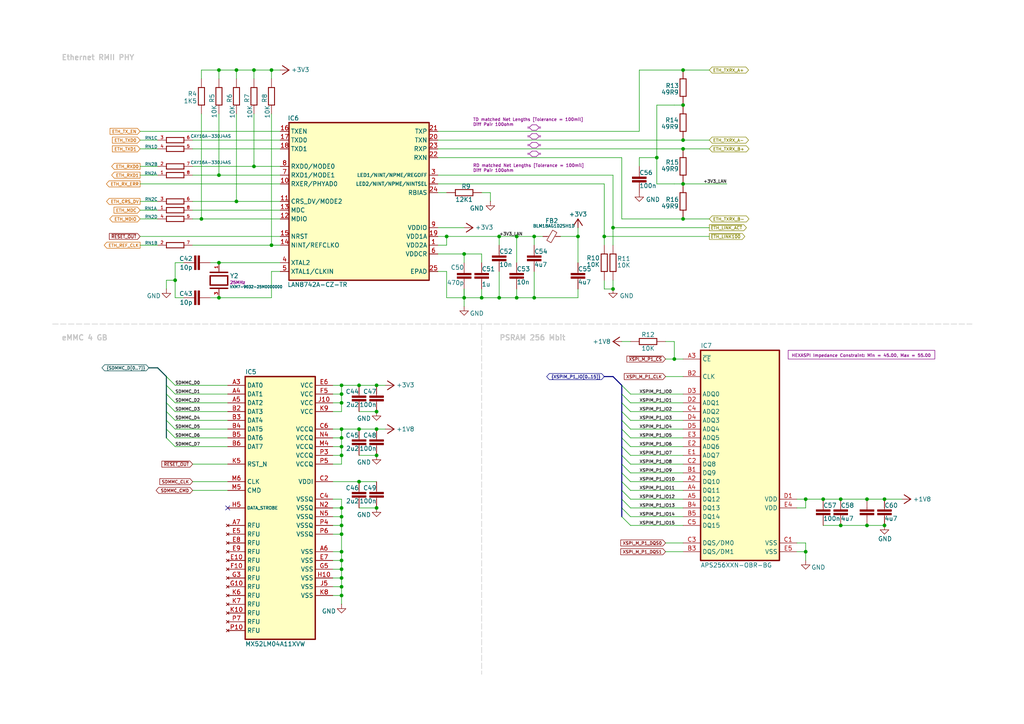
<source format=kicad_sch>
(kicad_sch (version 20250114) (generator "eeschema") (generator_version "9.0")
  (paper "A4")
  (title_block (title "${project_name}") (date "2025-11-23") (rev "${project_version}") (company "${project_creator}") (comment 1 "${project_license}") (comment 2 "${project_info}") (comment 3 "${project_url}"))
  (text "TD matched Net Lengths [Tolerance = 100mil]\nDiff Pair 100ohm" (at 137.16 36.83 0) (effects (font (size 0.889 0.889)) (justify left bottom)))
  (text "eMMC 4 GB" (at 17.78 99.06 0) (effects (font (size 1.524 1.524) (thickness 0.3048) (bold yes)) (justify left bottom)))
  (text "PSRAM 256 Mbit" (at 144.78 99.06 0) (effects (font (size 1.524 1.524) (thickness 0.3048) (bold yes)) (justify left bottom)))
  (text "Ethernet RMII PHY" (at 17.78 17.78 0) (effects (font (size 1.524 1.524) (thickness 0.3048) (bold yes)) (justify left bottom)))
  (text "RD matched Net Lengths [Tolerance = 100mil]\nDiff Pair 100ohm" (at 137.16 50.165 0) (effects (font (size 0.889 0.889)) (justify left bottom)))
  (text_box "HEXASPI Impedance Constraint: Min = 45.00, Max = 55.00" (at 228.6 101.6 0) (size 42.545 2.54) (margins 0.9525 0.9525 0.9525 0.9525) (stroke (width 0) (color 132 0 132 1)) (effects (font (size 0.889 0.889)) (justify left top)))
  (junction (at 251.46 144.78))
  (junction (at 99.06 154.94))
  (junction (at 243.84 144.78))
  (junction (at 233.68 160.02))
  (junction (at 144.78 86.36))
  (junction (at 99.06 165.1))
  (junction (at 78.74 71.12))
  (junction (at 99.06 170.18))
  (junction (at 99.06 152.4))
  (junction (at 134.62 86.36))
  (junction (at 243.84 152.4))
  (junction (at 144.78 68.58))
  (junction (at 99.06 132.08))
  (junction (at 238.76 144.78))
  (junction (at 68.58 58.42))
  (junction (at 99.06 147.32))
  (junction (at 154.94 68.58))
  (junction (at 109.22 119.38))
  (junction (at 99.06 167.64))
  (junction (at 99.06 160.02))
  (junction (at 99.06 149.86))
  (junction (at 129.54 68.58))
  (junction (at 99.06 172.72))
  (junction (at 149.86 68.58))
  (junction (at 99.06 127))
  (junction (at 58.42 63.5))
  (junction (at 198.12 43.18))
  (junction (at 73.66 48.26))
  (junction (at 177.8 66.04))
  (junction (at 109.22 111.76))
  (junction (at 198.12 20.32))
  (junction (at 63.5 50.8))
  (junction (at 63.5 76.2))
  (junction (at 149.86 86.36))
  (junction (at 256.54 144.78))
  (junction (at 104.14 139.7))
  (junction (at 78.74 20.32))
  (junction (at 109.22 132.08))
  (junction (at 104.14 111.76))
  (junction (at 63.5 86.36))
  (junction (at 99.06 162.56))
  (junction (at 99.06 111.76))
  (junction (at 99.06 114.3))
  (junction (at 63.5 20.32))
  (junction (at 99.06 116.84))
  (junction (at 50.8 81.28))
  (junction (at 198.12 30.48))
  (junction (at 104.14 124.46))
  (junction (at 167.64 68.58))
  (junction (at 177.8 83.82))
  (junction (at 99.06 129.54))
  (junction (at 233.68 144.78))
  (junction (at 139.7 86.36))
  (junction (at 134.62 73.66))
  (junction (at 68.58 20.32))
  (junction (at 99.06 124.46))
  (junction (at 256.54 152.4))
  (junction (at 109.22 124.46))
  (junction (at 198.12 53.34))
  (junction (at 73.66 20.32))
  (junction (at 198.12 63.5))
  (junction (at 190.5 45.72))
  (junction (at 109.22 147.32))
  (junction (at 198.12 40.64))
  (junction (at 251.46 152.4))
  (junction (at 154.94 86.36))
  (junction (at 195.58 104.14))
  (junction (at 175.26 68.58))
  (no_connect (at 66.04 147.32))
  (bus_entry (at 48.26 127) (size 2.54 2.54))
  (bus_entry (at 48.26 121.92) (size 2.54 2.54))
  (bus_entry (at 180.34 114.3) (size 2.54 2.54))
  (bus_entry (at 180.34 129.54) (size 2.54 2.54))
  (bus_entry (at 180.34 134.62) (size 2.54 2.54))
  (bus_entry (at 180.34 111.76) (size 2.54 2.54))
  (bus_entry (at 180.34 127) (size 2.54 2.54))
  (bus_entry (at 48.26 116.84) (size 2.54 2.54))
  (bus_entry (at 180.34 132.08) (size 2.54 2.54))
  (bus_entry (at 180.34 139.7) (size 2.54 2.54))
  (bus_entry (at 180.34 149.86) (size 2.54 2.54))
  (bus_entry (at 48.26 111.76) (size 2.54 2.54))
  (bus_entry (at 48.26 114.3) (size 2.54 2.54))
  (bus_entry (at 180.34 124.46) (size 2.54 2.54))
  (bus_entry (at 180.34 142.24) (size 2.54 2.54))
  (bus_entry (at 180.34 144.78) (size 2.54 2.54))
  (bus_entry (at 48.26 124.46) (size 2.54 2.54))
  (bus_entry (at 180.34 116.84) (size 2.54 2.54))
  (bus_entry (at 48.26 109.22) (size 2.54 2.54))
  (bus_entry (at 180.34 119.38) (size 2.54 2.54))
  (bus_entry (at 48.26 119.38) (size 2.54 2.54))
  (bus_entry (at 180.34 137.16) (size 2.54 2.54))
  (bus_entry (at 180.34 147.32) (size 2.54 2.54))
  (bus_entry (at 180.34 121.92) (size 2.54 2.54))
  (polyline (pts (xy 156.21 36.83) (xy 156.845 36.83)) (stroke (width 0.1524) (type solid) (color 132 0 132 1)))
  (wire (pts (xy 182.88 142.24) (xy 198.12 142.24)))
  (wire (pts (xy 154.94 86.36) (xy 167.64 86.36)))
  (wire (pts (xy 78.74 78.74) (xy 78.74 86.36)))
  (wire (pts (xy 58.42 20.32) (xy 63.5 20.32)) (stroke (width 0.1524)))
  (wire (pts (xy 48.26 81.28) (xy 48.26 83.82)))
  (polyline (pts (xy 154.305 38.735) (xy 155.575 38.735)) (stroke (width 0.1524) (type solid) (color 132 0 132 1)))
  (wire (pts (xy 193.04 104.14) (xy 195.58 104.14)))
  (wire (pts (xy 55.88 139.7) (xy 66.04 139.7)))
  (wire (pts (xy 182.88 137.16) (xy 198.12 137.16)))
  (wire (pts (xy 129.54 68.58) (xy 144.78 68.58)) (stroke (width 0.1524)))
  (wire (pts (xy 99.06 132.08) (xy 99.06 134.62)))
  (wire (pts (xy 50.8 111.76) (xy 66.04 111.76)))
  (wire (pts (xy 154.94 68.58) (xy 157.48 68.58)))
  (wire (pts (xy 96.52 167.64) (xy 99.06 167.64)))
  (wire (pts (xy 149.86 86.36) (xy 149.86 83.82)) (stroke (width 0.1524)))
  (wire (pts (xy 139.7 86.36) (xy 144.78 86.36)) (stroke (width 0.1524)))
  (wire (pts (xy 185.42 20.32) (xy 198.12 20.32)) (stroke (width 0.1524)))
  (bus (pts (xy 45.72 106.68) (xy 48.26 109.22)) (stroke (width 0) (color 0 72 72 1)))
  (polyline (pts (xy 153.035 36.83) (xy 153.67 36.83)) (stroke (width 0.1524) (type solid) (color 132 0 132 1)))
  (wire (pts (xy 99.06 167.64) (xy 99.06 170.18)))
  (polyline (pts (xy 156.21 41.91) (xy 156.845 41.91)) (stroke (width 0.1524) (type solid) (color 132 0 132 1)))
  (wire (pts (xy 198.12 40.64) (xy 205.74 40.64)) (stroke (width 0.1524)))
  (wire (pts (xy 180.34 63.5) (xy 198.12 63.5)) (stroke (width 0.1524)))
  (polyline (pts (xy 153.67 39.37) (xy 154.305 38.735)) (stroke (width 0.1524) (type solid) (color 132 0 132 1)))
  (polyline (pts (xy 156.21 44.45) (xy 156.845 44.45)) (stroke (width 0.1524) (type solid) (color 132 0 132 1)))
  (polyline (pts (xy 155.575 41.275) (xy 156.21 41.91)) (stroke (width 0.1524) (type solid) (color 132 0 132 1)))
  (polyline (pts (xy 154.305 37.7825) (xy 153.67 37.1475)) (stroke (width 0.1524) (type solid) (color 132 0 132 1)))
  (wire (pts (xy 251.46 152.4) (xy 256.54 152.4)))
  (polyline (pts (xy 156.21 39.6875) (xy 155.575 40.3225)) (stroke (width 0.1524) (type solid) (color 132 0 132 1)))
  (wire (pts (xy 134.62 88.9) (xy 134.62 86.36)))
  (wire (pts (xy 55.88 63.5) (xy 58.42 63.5)))
  (polyline (pts (xy 153.67 39.6875) (xy 153.035 39.6875)) (stroke (width 0.1524) (type solid) (color 132 0 132 1)))
  (wire (pts (xy 177.8 81.28) (xy 177.8 83.82)) (stroke (width 0.1524)))
  (wire (pts (xy 182.88 134.62) (xy 198.12 134.62)))
  (wire (pts (xy 40.64 58.42) (xy 45.72 58.42)))
  (wire (pts (xy 149.86 68.58) (xy 149.86 76.2)) (stroke (width 0.1524)))
  (wire (pts (xy 238.76 152.4) (xy 243.84 152.4)))
  (wire (pts (xy 127 50.8) (xy 177.8 50.8)) (stroke (width 0.1524)))
  (wire (pts (xy 182.88 149.86) (xy 198.12 149.86)))
  (wire (pts (xy 99.06 124.46) (xy 104.14 124.46)))
  (wire (pts (xy 50.8 127) (xy 66.04 127)))
  (wire (pts (xy 177.8 50.8) (xy 177.8 66.04)) (stroke (width 0.1524)))
  (wire (pts (xy 167.64 68.58) (xy 167.64 76.2)))
  (wire (pts (xy 58.42 63.5) (xy 58.42 33.02)) (stroke (width 0.1524)))
  (wire (pts (xy 99.06 165.1) (xy 99.06 167.64)))
  (wire (pts (xy 50.8 76.2) (xy 50.8 81.28)))
  (wire (pts (xy 81.28 71.12) (xy 78.74 71.12)))
  (wire (pts (xy 96.52 162.56) (xy 99.06 162.56)))
  (wire (pts (xy 55.88 48.26) (xy 73.66 48.26)))
  (bus (pts (xy 177.8 109.22) (xy 180.34 111.76)))
  (wire (pts (xy 99.06 114.3) (xy 99.06 116.84)))
  (wire (pts (xy 231.14 160.02) (xy 233.68 160.02)))
  (wire (pts (xy 167.64 66.04) (xy 167.64 68.58)))
  (bus (pts (xy 180.34 111.76) (xy 180.34 114.3)))
  (wire (pts (xy 96.52 160.02) (xy 99.06 160.02)))
  (wire (pts (xy 96.52 124.46) (xy 99.06 124.46)))
  (wire (pts (xy 182.88 132.08) (xy 198.12 132.08)))
  (wire (pts (xy 198.12 53.34) (xy 195.58 53.34)) (stroke (width 0.1524)))
  (wire (pts (xy 256.54 144.78) (xy 261.62 144.78)))
  (wire (pts (xy 99.06 147.32) (xy 99.06 149.86)))
  (wire (pts (xy 134.62 73.66) (xy 139.7 73.66)) (stroke (width 0.1524)))
  (polyline (pts (xy 156.845 42.2275) (xy 156.21 42.2275)) (stroke (width 0.1524) (type solid) (color 132 0 132 1)))
  (wire (pts (xy 175.26 83.82) (xy 177.8 83.82)) (stroke (width 0.1524)))
  (wire (pts (xy 50.8 81.28) (xy 50.8 86.36)))
  (wire (pts (xy 190.5 30.48) (xy 190.5 45.72)))
  (wire (pts (xy 60.96 86.36) (xy 63.5 86.36)))
  (wire (pts (xy 182.88 114.3) (xy 198.12 114.3)))
  (wire (pts (xy 182.88 127) (xy 198.12 127)))
  (polyline (pts (xy 153.035 44.45) (xy 153.67 44.45)) (stroke (width 0.1524) (type solid) (color 132 0 132 1)))
  (bus (pts (xy 180.34 147.32) (xy 180.34 149.86)))
  (wire (pts (xy 99.06 111.76) (xy 99.06 114.3)))
  (wire (pts (xy 99.06 129.54) (xy 99.06 132.08)))
  (wire (pts (xy 198.12 20.32) (xy 205.74 20.32)) (stroke (width 0.1524)))
  (wire (pts (xy 182.88 147.32) (xy 198.12 147.32)))
  (bus (pts (xy 180.34 139.7) (xy 180.34 142.24)))
  (wire (pts (xy 149.86 86.36) (xy 154.94 86.36)) (stroke (width 0.1524)))
  (wire (pts (xy 68.58 20.32) (xy 68.58 22.86)))
  (wire (pts (xy 238.76 144.78) (xy 243.84 144.78)))
  (wire (pts (xy 96.52 172.72) (xy 99.06 172.72)))
  (polyline (pts (xy 155.575 38.735) (xy 156.21 39.37)) (stroke (width 0.1524) (type solid) (color 132 0 132 1)))
  (wire (pts (xy 99.06 170.18) (xy 99.06 172.72)))
  (wire (pts (xy 134.62 73.66) (xy 134.62 76.2)) (stroke (width 0.1524)))
  (wire (pts (xy 182.88 129.54) (xy 198.12 129.54)))
  (wire (pts (xy 127 45.72) (xy 180.34 45.72)))
  (wire (pts (xy 96.52 147.32) (xy 99.06 147.32)))
  (polyline (pts (xy 153.67 42.2275) (xy 153.035 42.2275)) (stroke (width 0.1524) (type solid) (color 132 0 132 1)))
  (wire (pts (xy 63.5 86.36) (xy 78.74 86.36)))
  (wire (pts (xy 96.52 134.62) (xy 99.06 134.62)))
  (bus (pts (xy 180.34 129.54) (xy 180.34 132.08)))
  (wire (pts (xy 180.34 99.06) (xy 182.88 99.06)))
  (wire (pts (xy 78.74 78.74) (xy 81.28 78.74)))
  (wire (pts (xy 127 71.12) (xy 129.54 71.12)) (stroke (width 0.1524)))
  (wire (pts (xy 63.5 20.32) (xy 68.58 20.32)) (stroke (width 0.1524)))
  (bus (pts (xy 175.26 109.22) (xy 177.8 109.22)))
  (wire (pts (xy 63.5 33.02) (xy 63.5 50.8)))
  (wire (pts (xy 104.14 139.7) (xy 109.22 139.7)))
  (wire (pts (xy 134.62 86.36) (xy 129.54 86.36)) (stroke (width 0.1524)))
  (wire (pts (xy 99.06 160.02) (xy 99.06 162.56)))
  (wire (pts (xy 96.52 127) (xy 99.06 127)))
  (wire (pts (xy 96.52 114.3) (xy 99.06 114.3)))
  (wire (pts (xy 182.88 144.78) (xy 198.12 144.78)))
  (wire (pts (xy 195.58 104.14) (xy 198.12 104.14)))
  (polyline (pts (xy 154.305 42.8625) (xy 155.575 42.8625)) (stroke (width 0.1524) (type solid) (color 132 0 132 1)))
  (wire (pts (xy 73.66 48.26) (xy 81.28 48.26)) (stroke (width 0.1524)))
  (wire (pts (xy 68.58 58.42) (xy 68.58 33.02)))
  (wire (pts (xy 55.88 40.64) (xy 81.28 40.64)))
  (wire (pts (xy 99.06 154.94) (xy 99.06 160.02)))
  (wire (pts (xy 167.64 83.82) (xy 167.64 86.36)))
  (wire (pts (xy 50.8 86.36) (xy 53.34 86.36)))
  (bus (pts (xy 180.34 116.84) (xy 180.34 119.38)))
  (wire (pts (xy 182.88 152.4) (xy 198.12 152.4)))
  (wire (pts (xy 104.14 124.46) (xy 109.22 124.46)))
  (wire (pts (xy 198.12 53.34) (xy 210.82 53.34)) (stroke (width 0.1524)))
  (wire (pts (xy 185.42 45.72) (xy 190.5 45.72)))
  (polyline (pts (xy 156.21 39.37) (xy 156.845 39.37)) (stroke (width 0.1524) (type solid) (color 132 0 132 1)))
  (wire (pts (xy 50.8 124.46) (xy 66.04 124.46)))
  (wire (pts (xy 50.8 119.38) (xy 66.04 119.38)))
  (wire (pts (xy 55.88 60.96) (xy 81.28 60.96)))
  (wire (pts (xy 96.52 119.38) (xy 99.06 119.38)))
  (wire (pts (xy 154.94 78.74) (xy 154.94 86.36)))
  (wire (pts (xy 60.96 76.2) (xy 63.5 76.2)))
  (wire (pts (xy 96.52 144.78) (xy 99.06 144.78)))
  (wire (pts (xy 139.7 73.66) (xy 139.7 76.2)) (stroke (width 0.1524)))
  (wire (pts (xy 40.64 63.5) (xy 45.72 63.5)))
  (wire (pts (xy 139.7 83.82) (xy 139.7 86.36)))
  (wire (pts (xy 129.54 68.58) (xy 129.54 71.12)))
  (wire (pts (xy 96.52 154.94) (xy 99.06 154.94)))
  (wire (pts (xy 96.52 116.84) (xy 99.06 116.84)))
  (wire (pts (xy 139.7 55.88) (xy 142.24 55.88)))
  (wire (pts (xy 40.64 38.1) (xy 81.28 38.1)) (stroke (width 0.1524)))
  (wire (pts (xy 55.88 43.18) (xy 81.28 43.18)))
  (wire (pts (xy 58.42 20.32) (xy 58.42 22.86)) (stroke (width 0.1524)))
  (wire (pts (xy 78.74 71.12) (xy 78.74 33.02)))
  (wire (pts (xy 99.06 111.76) (xy 104.14 111.76)))
  (bus (pts (xy 180.34 124.46) (xy 180.34 127)))
  (wire (pts (xy 40.64 50.8) (xy 45.72 50.8)))
  (polyline (pts (xy 156.845 37.1475) (xy 156.21 37.1475)) (stroke (width 0.1524) (type solid) (color 132 0 132 1)))
  (wire (pts (xy 144.78 78.74) (xy 144.78 86.36)))
  (wire (pts (xy 63.5 20.32) (xy 63.5 22.86)))
  (wire (pts (xy 127 73.66) (xy 134.62 73.66)) (stroke (width 0.1524)))
  (polyline (pts (xy 15.24 93.98) (xy 281.94 93.98)) (stroke (width 0.1524) (type dash) (color 194 194 194 1)))
  (wire (pts (xy 231.14 144.78) (xy 233.68 144.78)))
  (polyline (pts (xy 153.67 44.7675) (xy 153.035 44.7675)) (stroke (width 0.1524) (type solid) (color 132 0 132 1)))
  (bus (pts (xy 48.26 119.38) (xy 48.26 121.92)) (stroke (width 0) (color 0 72 72 1)))
  (wire (pts (xy 198.12 43.18) (xy 205.74 43.18)) (stroke (width 0.1524)))
  (wire (pts (xy 55.88 134.62) (xy 66.04 134.62)))
  (wire (pts (xy 78.74 20.32) (xy 78.74 22.86)) (stroke (width 0.1524)))
  (wire (pts (xy 175.26 68.58) (xy 205.74 68.58)) (stroke (width 0.1524)))
  (wire (pts (xy 50.8 121.92) (xy 66.04 121.92)))
  (wire (pts (xy 193.04 160.02) (xy 198.12 160.02)))
  (wire (pts (xy 96.52 152.4) (xy 99.06 152.4)))
  (wire (pts (xy 68.58 20.32) (xy 73.66 20.32)) (stroke (width 0.1524)))
  (wire (pts (xy 190.5 53.34) (xy 195.58 53.34)))
  (polyline (pts (xy 156.21 37.1475) (xy 155.575 37.7825)) (stroke (width 0.1524) (type solid) (color 132 0 132 1)))
  (wire (pts (xy 177.8 66.04) (xy 205.74 66.04)) (stroke (width 0.1524)))
  (wire (pts (xy 177.8 66.04) (xy 177.8 71.12)))
  (wire (pts (xy 40.64 60.96) (xy 45.72 60.96)))
  (wire (pts (xy 96.52 132.08) (xy 99.06 132.08)))
  (bus (pts (xy 180.34 134.62) (xy 180.34 137.16)))
  (wire (pts (xy 134.62 86.36) (xy 139.7 86.36)) (stroke (width 0.1524)))
  (wire (pts (xy 134.62 86.36) (xy 134.62 83.82)))
  (wire (pts (xy 81.28 58.42) (xy 68.58 58.42)))
  (wire (pts (xy 134.62 86.36) (xy 134.62 83.82)) (stroke (width 0.1524)))
  (wire (pts (xy 99.06 152.4) (xy 99.06 154.94)))
  (wire (pts (xy 233.68 144.78) (xy 238.76 144.78)))
  (wire (pts (xy 40.64 53.34) (xy 81.28 53.34)))
  (bus (pts (xy 48.26 121.92) (xy 48.26 124.46)) (stroke (width 0) (color 0 72 72 1)))
  (wire (pts (xy 144.78 86.36) (xy 149.86 86.36)) (stroke (width 0.1524)))
  (polyline (pts (xy 154.305 45.4025) (xy 153.67 44.7675)) (stroke (width 0.1524) (type solid) (color 132 0 132 1)))
  (wire (pts (xy 144.78 68.58) (xy 149.86 68.58)) (stroke (width 0.1524)))
  (wire (pts (xy 127 38.1) (xy 185.42 38.1)) (stroke (width 0.1524)))
  (wire (pts (xy 40.64 48.26) (xy 45.72 48.26)))
  (bus (pts (xy 180.34 121.92) (xy 180.34 124.46)))
  (polyline (pts (xy 154.305 41.275) (xy 155.575 41.275)) (stroke (width 0.1524) (type solid) (color 132 0 132 1)))
  (wire (pts (xy 99.06 162.56) (xy 99.06 165.1)))
  (bus (pts (xy 43.18 106.68) (xy 45.72 106.68)) (stroke (width 0) (color 0 72 72 1)))
  (wire (pts (xy 55.88 142.24) (xy 66.04 142.24)))
  (wire (pts (xy 111.76 111.76) (xy 109.22 111.76)))
  (polyline (pts (xy 154.305 45.4025) (xy 155.575 45.4025)) (stroke (width 0.1524) (type solid) (color 132 0 132 1)))
  (wire (pts (xy 142.24 55.88) (xy 142.24 58.42)))
  (wire (pts (xy 104.14 111.76) (xy 109.22 111.76)))
  (wire (pts (xy 96.52 170.18) (xy 99.06 170.18)))
  (wire (pts (xy 195.58 99.06) (xy 195.58 104.14)))
  (wire (pts (xy 231.14 157.48) (xy 233.68 157.48)))
  (wire (pts (xy 251.46 144.78) (xy 256.54 144.78)))
  (wire (pts (xy 193.04 157.48) (xy 198.12 157.48)))
  (wire (pts (xy 175.26 53.34) (xy 175.26 68.58)) (stroke (width 0.1524)))
  (wire (pts (xy 127 78.74) (xy 129.54 78.74)))
  (polyline (pts (xy 139.7 93.98) (xy 139.7 195.58)) (stroke (width 0.1524) (type dash) (color 194 194 194 1)))
  (wire (pts (xy 127 53.34) (xy 175.26 53.34)) (stroke (width 0.1524)))
  (wire (pts (xy 127 43.18) (xy 198.12 43.18)))
  (wire (pts (xy 233.68 157.48) (xy 233.68 160.02)))
  (wire (pts (xy 185.42 45.72) (xy 185.42 48.26)))
  (polyline (pts (xy 154.305 43.815) (xy 155.575 43.815)) (stroke (width 0.1524) (type solid) (color 132 0 132 1)))
  (wire (pts (xy 193.04 109.22) (xy 198.12 109.22)))
  (wire (pts (xy 233.68 160.02) (xy 233.68 162.56)))
  (wire (pts (xy 127 68.58) (xy 129.54 68.58)))
  (wire (pts (xy 180.34 45.72) (xy 180.34 63.5)) (stroke (width 0.1524)))
  (wire (pts (xy 58.42 63.5) (xy 81.28 63.5)) (stroke (width 0.1524)))
  (wire (pts (xy 50.8 129.54) (xy 66.04 129.54)))
  (wire (pts (xy 96.52 165.1) (xy 99.06 165.1)))
  (polyline (pts (xy 155.575 43.815) (xy 156.21 44.45)) (stroke (width 0.1524) (type solid) (color 132 0 132 1)))
  (polyline (pts (xy 154.305 40.3225) (xy 153.67 39.6875)) (stroke (width 0.1524) (type solid) (color 132 0 132 1)))
  (wire (pts (xy 99.06 149.86) (xy 99.06 152.4)))
  (wire (pts (xy 109.22 124.46) (xy 111.76 124.46)))
  (wire (pts (xy 149.86 68.58) (xy 154.94 68.58)) (stroke (width 0.1524)))
  (wire (pts (xy 81.28 20.32) (xy 78.74 20.32)))
  (wire (pts (xy 104.14 147.32) (xy 109.22 147.32)))
  (wire (pts (xy 104.14 119.38) (xy 109.22 119.38)))
  (polyline (pts (xy 155.575 36.195) (xy 156.21 36.83)) (stroke (width 0.1524) (type solid) (color 132 0 132 1)))
  (wire (pts (xy 193.04 99.06) (xy 195.58 99.06)))
  (polyline (pts (xy 153.67 37.1475) (xy 153.035 37.1475)) (stroke (width 0.1524) (type solid) (color 132 0 132 1)))
  (wire (pts (xy 129.54 78.74) (xy 129.54 86.36)) (stroke (width 0.1524)))
  (wire (pts (xy 63.5 50.8) (xy 81.28 50.8)) (stroke (width 0.1524)))
  (wire (pts (xy 190.5 30.48) (xy 195.58 30.48)))
  (bus (pts (xy 180.34 119.38) (xy 180.34 121.92)))
  (polyline (pts (xy 154.305 36.195) (xy 155.575 36.195)) (stroke (width 0.1524) (type solid) (color 132 0 132 1)))
  (wire (pts (xy 73.66 20.32) (xy 78.74 20.32)) (stroke (width 0.1524)))
  (polyline (pts (xy 156.21 44.7675) (xy 155.575 45.4025)) (stroke (width 0.1524) (type solid) (color 132 0 132 1)))
  (wire (pts (xy 48.26 81.28) (xy 50.8 81.28)))
  (wire (pts (xy 198.12 63.5) (xy 205.74 63.5)) (stroke (width 0.1524)))
  (bus (pts (xy 180.34 137.16) (xy 180.34 139.7)))
  (wire (pts (xy 73.66 33.02) (xy 73.66 48.26)))
  (wire (pts (xy 182.88 119.38) (xy 198.12 119.38)))
  (wire (pts (xy 198.12 30.48) (xy 195.58 30.48)) (stroke (width 0.1524)))
  (polyline (pts (xy 153.035 41.91) (xy 153.67 41.91)) (stroke (width 0.1524) (type solid) (color 132 0 132 1)))
  (wire (pts (xy 185.42 38.1) (xy 185.42 20.32)) (stroke (width 0.1524)))
  (wire (pts (xy 55.88 50.8) (xy 63.5 50.8)))
  (polyline (pts (xy 153.035 39.37) (xy 153.67 39.37)) (stroke (width 0.1524) (type solid) (color 132 0 132 1)))
  (bus (pts (xy 180.34 144.78) (xy 180.34 147.32)))
  (bus (pts (xy 180.34 127) (xy 180.34 129.54)))
  (wire (pts (xy 243.84 152.4) (xy 251.46 152.4)))
  (bus (pts (xy 48.26 116.84) (xy 48.26 119.38)) (stroke (width 0) (color 0 72 72 1)))
  (wire (pts (xy 99.06 116.84) (xy 99.06 119.38)))
  (polyline (pts (xy 153.67 41.91) (xy 154.305 41.275)) (stroke (width 0.1524) (type solid) (color 132 0 132 1)))
  (bus (pts (xy 48.26 124.46) (xy 48.26 127)) (stroke (width 0) (color 0 72 72 1)))
  (wire (pts (xy 40.64 40.64) (xy 45.72 40.64)))
  (bus (pts (xy 180.34 114.3) (xy 180.34 116.84)))
  (bus (pts (xy 48.26 111.76) (xy 48.26 114.3)) (stroke (width 0) (color 0 72 72 1)))
  (wire (pts (xy 63.5 76.2) (xy 81.28 76.2)))
  (bus (pts (xy 180.34 142.24) (xy 180.34 144.78)))
  (wire (pts (xy 190.5 45.72) (xy 190.5 53.34)))
  (wire (pts (xy 182.88 139.7) (xy 198.12 139.7)))
  (wire (pts (xy 127 40.64) (xy 198.12 40.64)) (stroke (width 0.1524)))
  (wire (pts (xy 144.78 68.58) (xy 144.78 71.12)))
  (wire (pts (xy 182.88 116.84) (xy 198.12 116.84)))
  (bus (pts (xy 48.26 109.22) (xy 48.26 111.76)) (stroke (width 0) (color 0 72 72 1)))
  (polyline (pts (xy 154.305 42.8625) (xy 153.67 42.2275)) (stroke (width 0.1524) (type solid) (color 132 0 132 1)))
  (wire (pts (xy 154.94 68.58) (xy 154.94 71.12)) (stroke (width 0.1524)))
  (wire (pts (xy 182.88 124.46) (xy 198.12 124.46)))
  (wire (pts (xy 99.06 127) (xy 99.06 129.54)))
  (polyline (pts (xy 154.305 40.3225) (xy 155.575 40.3225)) (stroke (width 0.1524) (type solid) (color 132 0 132 1)))
  (wire (pts (xy 40.64 71.12) (xy 45.72 71.12)))
  (wire (pts (xy 127 55.88) (xy 129.54 55.88)) (stroke (width 0.1524)))
  (polyline (pts (xy 156.21 42.2275) (xy 155.575 42.8625)) (stroke (width 0.1524) (type solid) (color 132 0 132 1)))
  (wire (pts (xy 55.88 58.42) (xy 68.58 58.42)))
  (wire (pts (xy 73.66 20.32) (xy 73.66 22.86)))
  (bus (pts (xy 48.26 114.3) (xy 48.26 116.84)) (stroke (width 0) (color 0 72 72 1)))
  (wire (pts (xy 50.8 116.84) (xy 66.04 116.84)))
  (wire (pts (xy 50.8 76.2) (xy 53.34 76.2)))
  (polyline (pts (xy 156.845 39.6875) (xy 156.21 39.6875)) (stroke (width 0.1524) (type solid) (color 132 0 132 1)))
  (wire (pts (xy 104.14 132.08) (xy 109.22 132.08)))
  (wire (pts (xy 55.88 71.12) (xy 78.74 71.12)))
  (polyline (pts (xy 153.67 36.83) (xy 154.305 36.195)) (stroke (width 0.1524) (type solid) (color 132 0 132 1)))
  (wire (pts (xy 50.8 114.3) (xy 66.04 114.3)))
  (wire (pts (xy 134.62 66.04) (xy 127 66.04)))
  (wire (pts (xy 243.84 144.78) (xy 251.46 144.78)))
  (wire (pts (xy 182.88 121.92) (xy 198.12 121.92)))
  (wire (pts (xy 96.52 139.7) (xy 104.14 139.7)))
  (wire (pts (xy 175.26 68.58) (xy 175.26 71.12)))
  (wire (pts (xy 96.52 149.86) (xy 99.06 149.86)))
  (wire (pts (xy 162.56 68.58) (xy 167.64 68.58)))
  (wire (pts (xy 40.64 68.58) (xy 81.28 68.58)) (stroke (width 0.1524)))
  (polyline (pts (xy 153.67 44.45) (xy 154.305 43.815)) (stroke (width 0.1524) (type solid) (color 132 0 132 1)))
  (polyline (pts (xy 154.305 37.7825) (xy 155.575 37.7825)) (stroke (width 0.1524) (type solid) (color 132 0 132 1)))
  (wire (pts (xy 99.06 172.72) (xy 99.06 175.26)))
  (wire (pts (xy 96.52 129.54) (xy 99.06 129.54)))
  (wire (pts (xy 99.06 144.78) (xy 99.06 147.32)))
  (wire (pts (xy 233.68 144.78) (xy 233.68 147.32)))
  (wire (pts (xy 40.64 43.18) (xy 45.72 43.18)))
  (wire (pts (xy 99.06 124.46) (xy 99.06 127)))
  (polyline (pts (xy 156.845 44.7675) (xy 156.21 44.7675)) (stroke (width 0.1524) (type solid) (color 132 0 132 1)))
  (wire (pts (xy 231.14 147.32) (xy 233.68 147.32)))
  (wire (pts (xy 175.26 83.82) (xy 175.26 81.28)) (stroke (width 0.1524)))
  (bus (pts (xy 180.34 132.08) (xy 180.34 134.62)))
  (wire (pts (xy 96.52 111.76) (xy 99.06 111.76)))
  (label "SDMMC_D6" (at 50.8 127 0) (effects (font (size 0.889 0.889))))
  (label "SDMMC_D2" (at 50.8 116.84 0) (effects (font (size 0.889 0.889))))
  (label "XSPIM_P1_IO5" (at 185.42 127 0) (effects (font (size 0.889 0.889))))
  (label "XSPIM_P1_IO13" (at 185.42 147.32 0) (effects (font (size 0.889 0.889))))
  (label "XSPIM_P1_IO6" (at 185.42 129.54 0) (effects (font (size 0.889 0.889))))
  (label "SDMMC_D7" (at 50.8 129.54 0) (effects (font (size 0.889 0.889))))
  (label "+3V3_LAN" (at 210.82 53.34 180) (effects (font (size 0.889 0.889))))
  (label "XSPIM_P1_IO12" (at 185.42 144.78 0) (effects (font (size 0.889 0.889))))
  (label "XSPIM_P1_IO10" (at 185.42 139.7 0) (effects (font (size 0.889 0.889))))
  (label "XSPIM_P1_IO15" (at 185.42 152.4 0) (effects (font (size 0.889 0.889))))
  (label "XSPIM_P1_IO11" (at 185.42 142.24 0) (effects (font (size 0.889 0.889))))
  (label "XSPIM_P1_IO3" (at 185.42 121.92 0) (effects (font (size 0.889 0.889))))
  (label "SDMMC_D0" (at 50.8 111.76 0) (effects (font (size 0.889 0.889))))
  (label "XSPIM_P1_IO9" (at 185.42 137.16 0) (effects (font (size 0.889 0.889))))
  (label "XSPIM_P1_IO0" (at 185.42 114.3 0) (effects (font (size 0.889 0.889))))
  (label "SDMMC_D3" (at 50.8 119.38 0) (effects (font (size 0.889 0.889))))
  (label "+3V3_LAN" (at 144.78 68.58 0) (effects (font (size 0.889 0.889))))
  (label "XSPIM_P1_IO7" (at 185.42 132.08 0) (effects (font (size 0.889 0.889))))
  (label "XSPIM_P1_IO14" (at 185.42 149.86 0) (effects (font (size 0.889 0.889))))
  (label "SDMMC_D1" (at 50.8 114.3 0) (effects (font (size 0.889 0.889))))
  (label "XSPIM_P1_IO2" (at 185.42 119.38 0) (effects (font (size 0.889 0.889))))
  (label "XSPIM_P1_IO4" (at 185.42 124.46 0) (effects (font (size 0.889 0.889))))
  (label "SDMMC_D5" (at 50.8 124.46 0) (effects (font (size 0.889 0.889))))
  (label "SDMMC_D4" (at 50.8 121.92 0) (effects (font (size 0.889 0.889))))
  (label "XSPIM_P1_IO1" (at 185.42 116.84 0) (effects (font (size 0.889 0.889))))
  (label "XSPIM_P1_IO8" (at 185.42 134.62 0) (effects (font (size 0.889 0.889))))
  (global_label "~{RESET_OUT}" (shape input) (at 40.64 68.58 180) (effects (font (size 0.889 0.889))) (property "Intersheetrefs" "${INTERSHEET_REFS}" (effects (hide yes))))
  (global_label "~{RESET_OUT}" (shape input) (at 55.88 134.62 180) (effects (font (size 0.889 0.889))) (property "Intersheetrefs" "${INTERSHEET_REFS}" (effects (hide yes))))
  (global_label "ETH_RX_ERR" (shape output) (at 40.64 53.34 180) (effects (font (size 0.889 0.889))) (property "Intersheetrefs" "${INTERSHEET_REFS}" (effects (hide yes))))
  (global_label "SDMMC_CMD" (shape bidirectional) (at 55.88 142.24 180) (effects (font (size 0.889 0.889))) (property "Intersheetrefs" "${INTERSHEET_REFS}" (effects (hide yes))))
  (global_label "ETH_REF_CLK" (shape output) (at 40.64 71.12 180) (effects (font (size 0.889 0.889))) (property "Intersheetrefs" "${INTERSHEET_REFS}" (effects (hide yes))))
  (global_label "{SDMMC_D[0..7]}" (shape bidirectional) (at 43.18 106.68 180) (effects (font (size 0.889 0.889))) (property "Intersheetrefs" "${INTERSHEET_REFS}" (effects (hide yes))))
  (global_label "~{XSPI_M_P1_CS}" (shape input) (at 193.04 104.14 180) (effects (font (size 0.889 0.889))) (property "Intersheetrefs" "${INTERSHEET_REFS}" (effects (hide yes))))
  (global_label "ETH_TXRX_A-" (shape bidirectional) (at 205.74 40.64 0) (effects (font (size 0.889 0.889))) (property "Intersheetrefs" "${INTERSHEET_REFS}" (effects (hide yes))))
  (global_label "XSPI_M_P1_CLK" (shape input) (at 193.04 109.22 180) (effects (font (size 0.889 0.889))) (property "Intersheetrefs" "${INTERSHEET_REFS}" (effects (hide yes))))
  (global_label "SDMMC_CLK" (shape input) (at 55.88 139.7 180) (effects (font (size 0.889 0.889))) (property "Intersheetrefs" "${INTERSHEET_REFS}" (effects (hide yes))))
  (global_label "~{ETH_LINK100}" (shape output) (at 205.74 68.58 0) (effects (font (size 0.889 0.889))) (property "Intersheetrefs" "${INTERSHEET_REFS}" (effects (hide yes))))
  (global_label "ETH_TX_EN" (shape input) (at 40.64 38.1 180) (effects (font (size 0.889 0.889))) (property "Intersheetrefs" "${INTERSHEET_REFS}" (effects (hide yes))))
  (global_label "~{ETH_LINK_ACT}" (shape output) (at 205.74 66.04 0) (effects (font (size 0.889 0.889))) (property "Intersheetrefs" "${INTERSHEET_REFS}" (effects (hide yes))))
  (global_label "ETH_RXD0" (shape output) (at 40.64 48.26 180) (effects (font (size 0.889 0.889))) (property "Intersheetrefs" "${INTERSHEET_REFS}" (effects (hide yes))))
  (global_label "XSPI_M_P1_DQS0" (shape input) (at 193.04 157.48 180) (effects (font (size 0.889 0.889))) (property "Intersheetrefs" "${INTERSHEET_REFS}" (effects (hide yes))))
  (global_label "{XSPIM_P1_IO[0..15]}" (shape bidirectional) (at 175.26 109.22 180) (effects (font (size 0.889 0.889))) (property "Intersheetrefs" "${INTERSHEET_REFS}" (effects (hide yes))))
  (global_label "ETH_RXD1" (shape output) (at 40.64 50.8 180) (effects (font (size 0.889 0.889))) (property "Intersheetrefs" "${INTERSHEET_REFS}" (effects (hide yes))))
  (global_label "ETH_MDC" (shape input) (at 40.64 60.96 180) (effects (font (size 0.889 0.889))) (property "Intersheetrefs" "${INTERSHEET_REFS}" (effects (hide yes))))
  (global_label "ETH_TXRX_B+" (shape bidirectional) (at 205.74 43.18 0) (effects (font (size 0.889 0.889))) (property "Intersheetrefs" "${INTERSHEET_REFS}" (effects (hide yes))))
  (global_label "ETH_MDIO" (shape bidirectional) (at 40.64 63.5 180) (effects (font (size 0.889 0.889))) (property "Intersheetrefs" "${INTERSHEET_REFS}" (effects (hide yes))))
  (global_label "ETH_TXD0" (shape input) (at 40.64 40.64 180) (effects (font (size 0.889 0.889))) (property "Intersheetrefs" "${INTERSHEET_REFS}" (effects (hide yes))))
  (global_label "ETH_CRS_DV" (shape output) (at 40.64 58.42 180) (effects (font (size 0.889 0.889))) (property "Intersheetrefs" "${INTERSHEET_REFS}" (effects (hide yes))))
  (global_label "ETH_TXD1" (shape input) (at 40.64 43.18 180) (effects (font (size 0.889 0.889))) (property "Intersheetrefs" "${INTERSHEET_REFS}" (effects (hide yes))))
  (global_label "ETH_TXRX_A+" (shape bidirectional) (at 205.74 20.32 0) (effects (font (size 0.889 0.889))) (property "Intersheetrefs" "${INTERSHEET_REFS}" (effects (hide yes))))
  (global_label "XSPI_M_P1_DQS1" (shape input) (at 193.04 160.02 180) (effects (font (size 0.889 0.889))) (property "Intersheetrefs" "${INTERSHEET_REFS}" (effects (hide yes))))
  (global_label "ETH_TXRX_B-" (shape bidirectional) (at 205.74 63.5 0) (effects (font (size 0.889 0.889))) (property "Intersheetrefs" "${INTERSHEET_REFS}" (effects (hide yes))))
  (symbol (lib_id "PCM_EEZ_symbols:+3V3") (at 83.82 20.32 270) (unit 1)
    (property "Reference" "#+3V010" (effects (hide yes)))
    (property "Value" "+3V3" (at 84.455 20.955 90) (effects (justify left bottom)))
    (property "Description" "Power symbol creates a global label with name \"+3V3\"" (effects (hide yes)))
  )
  (symbol (lib_id "PCM_EEZ_passives:R_ARRAY4") (at 50.8 58.42 0) (unit 3)
    (property "Reference" "RN2" (at 45.72 58.293 0) (effects (font (size 0.889 0.889)) (justify right bottom)))
    (property "Value" "CAY16A-330J4AS" (effects (hide yes)))
    (property "Footprint" "PCM_EEZ_passives:CAY16" (effects (hide yes)))
    (property "DigiKey" "CAY16-330J4LFCT-ND" (effects (hide yes)))
    (property "Mouser" "652-CAY16-330J4LF" (effects (hide yes)))
    (property "TME" "CAY16-330J4LF" (effects (hide yes)))
  )
  (symbol (lib_id "PCM_EEZ_passives:C-EU") (at 149.86 78.74 0) (unit 1)
    (property "Reference" "C53" (at 149.86 78.74 0) (effects (justify left bottom)))
    (property "Value" "10n" (at 149.86 82.55 0) (effects (justify left bottom)))
    (property "Footprint" "PCM_EEZ_passives:C_0402_1005Metric" (effects (hide yes)))
    (property "DigiKey" "490-6309-1-ND" (effects (hide yes)))
    (property "Mouser" "81-GRM155R61C103KA1D " (effects (hide yes)))
    (property "TME" "GRM155R61C103KA01D" (effects (hide yes)))
  )
  (symbol (lib_id "PCM_EEZ_passives:R_ARRAY4") (at 50.8 48.26 0) (unit 2)
    (property "Reference" "RN2" (at 45.72 48.133 0) (effects (font (size 0.889 0.889)) (justify right bottom)))
    (property "Value" "CAY16A-330J4AS" (at 55.245 47.625 0) (effects (font (size 0.889 0.889)) (justify left bottom)))
    (property "Footprint" "PCM_EEZ_passives:CAY16" (effects (hide yes)))
    (property "DigiKey" "CAY16-330J4LFCT-ND" (effects (hide yes)))
    (property "Mouser" "652-CAY16-330J4LF" (effects (hide yes)))
    (property "TME" "CAY16-330J4LF" (effects (hide yes)))
  )
  (symbol (lib_id "PCM_EEZ_passives:R_ARRAY4") (at 50.8 43.18 0) (unit 4)
    (property "Reference" "RN1" (at 45.72 43.053 0) (effects (font (size 0.889 0.889)) (justify right bottom)))
    (property "Value" "CAY16A-330J4AS" (effects (hide yes)))
    (property "Footprint" "PCM_EEZ_passives:CAY16" (effects (hide yes)))
    (property "DigiKey" "CAY16-330J4LFCT-ND" (effects (hide yes)))
    (property "Mouser" "652-CAY16-330J4LF" (effects (hide yes)))
    (property "TME" "CAY16-330J4LF" (effects (hide yes)))
  )
  (symbol (lib_id "PCM_EEZ_passives:R-EU") (at 134.62 55.88 270) (unit 1)
    (property "Reference" "R9" (at 136.525 53.34 90) (effects (justify right top)))
    (property "Value" "12K1" (at 137.16 57.15 90) (effects (justify right top)))
    (property "Footprint" "PCM_EEZ_passives:R_0402_1005Metric" (effects (hide yes)))
    (property "DigiKey" "13-RC0402FR-1012K1LCT-ND" (effects (hide yes)))
    (property "Mouser" "603-RC0402FR-1012K1L" (effects (hide yes)))
    (property "TME" "SMD0402-12.1K-1%" (effects (hide yes)))
  )
  (symbol (lib_id "power:GND") (at 134.62 88.9 0) (unit 1)
    (property "Reference" "#SUPPLY025" (effects (hide yes)))
    (property "Value" "GND" (at 140.335 90.17 0) (effects (justify right top)))
    (property "Description" "Power symbol creates a global label with name \"GND\" , ground" (effects (hide yes)))
  )
  (symbol (lib_id "PCM_EEZ_passives:R-EU") (at 63.5 27.94 180) (unit 1)
    (property "Reference" "R5" (at 62.23 29.845 90) (effects (justify right top)))
    (property "Value" "10K" (at 62.865 34.29 90) (effects (justify right top)))
    (property "Footprint" "PCM_EEZ_passives:R_0402_1005Metric" (effects (hide yes)))
    (property "DigiKey" "311-10.0KLRCT-ND" (effects (hide yes)))
    (property "Mouser" "603-RC0402FR-0710KL" (effects (hide yes)))
    (property "TME" "SMD0402-10K-1%" (effects (hide yes)))
    (property "LCSC" "C60490" (effects (hide yes)))
  )
  (symbol (lib_id "PCM_EEZ_passives:C-EU") (at 144.78 73.66 0) (unit 1)
    (property "Reference" "C52" (at 144.78 73.66 0) (effects (justify left bottom)))
    (property "Value" "10n" (at 144.78 77.47 0) (effects (justify left bottom)))
    (property "Footprint" "PCM_EEZ_passives:C_0402_1005Metric" (effects (hide yes)))
    (property "DigiKey" "490-6309-1-ND" (effects (hide yes)))
    (property "Mouser" "81-GRM155R61C103KA1D " (effects (hide yes)))
    (property "TME" "GRM155R61C103KA01D" (effects (hide yes)))
  )
  (symbol (lib_id "PCM_EEZ_passives:C-EU") (at 256.54 147.32 0) (unit 1)
    (property "Reference" "C60" (at 256.54 147.32 0) (effects (justify left bottom)))
    (property "Value" "4u7" (at 256.54 151.13 0) (effects (justify left bottom)))
    (property "Footprint" "PCM_EEZ_passives:C_0603_1608Metric" (effects (hide yes)))
    (property "DigiKey" "1276-1044-1-ND" (effects (hide yes)))
    (property "Mouser" "187-CL10A475KP8NNND" (effects (hide yes)))
    (property "TME" "CL10A475KP8NNNC" (effects (hide yes)))
    (property "LCSC" "C1705" (effects (hide yes)))
  )
  (symbol (lib_id "PCM_EEZ_passives:C-EU") (at 109.22 127 0) (unit 1)
    (property "Reference" "C48" (at 109.22 127 0) (effects (justify right bottom)))
    (property "Value" "100n" (at 109.22 130.81 0) (effects (justify right bottom)))
    (property "Footprint" "PCM_EEZ_passives:C_0402_1005Metric" (effects (hide yes)))
    (property "DigiKey" "490-6287-1-ND" (effects (hide yes)))
    (property "Mouser" "81-GRM155R60J104KA1D" (effects (hide yes)))
    (property "TME" "GRM155R60J104KA01D" (effects (hide yes)))
  )
  (symbol (lib_id "power:GND") (at 185.42 55.88 0) (mirror y) (unit 1)
    (property "Reference" "#SUPPLY028" (effects (hide yes)))
    (property "Value" "GND" (at 187.325 57.15 0) (effects (justify right top)))
    (property "Description" "Power symbol creates a global label with name \"GND\" , ground" (effects (hide yes)))
  )
  (symbol (lib_id "PCM_EEZ_passives:C-EU") (at 104.14 127 0) (unit 1)
    (property "Reference" "C45" (at 104.14 127 0) (effects (justify right bottom)))
    (property "Value" "2u2" (at 104.14 130.81 0) (effects (justify right bottom)))
    (property "Footprint" "PCM_EEZ_passives:C_0402_1005Metric" (effects (hide yes)))
    (property "DigiKey" "490-GRM155C71A225KE11JCT-ND" (effects (hide yes)))
    (property "Mouser" "81-GRM155C71A225KE1J" (effects (hide yes)))
    (property "TME" "-" (effects (hide yes)))
    (property "LCSC" "C2211665" (effects (hide yes)))
  )
  (symbol (lib_id "PCM_EEZ_passives:C-EU") (at 238.76 147.32 0) (mirror y) (unit 1)
    (property "Reference" "C57" (at 238.76 147.32 0) (effects (justify right bottom)))
    (property "Value" "100n" (at 238.76 151.13 0) (effects (justify right bottom)))
    (property "Footprint" "PCM_EEZ_passives:C_0402_1005Metric" (effects (hide yes)))
    (property "DigiKey" "490-6287-1-ND" (effects (hide yes)))
    (property "Mouser" "81-GRM155R60J104KA1D" (effects (hide yes)))
    (property "TME" "GRM155R60J104KA01D" (effects (hide yes)))
  )
  (symbol (lib_id "PCM_EEZ_passives:C-EU") (at 185.42 53.34 0) (mirror x) (unit 1)
    (property "Reference" "C56" (at 185.42 50.8 0) (effects (justify left top)))
    (property "Value" "100n" (at 185.42 54.61 0) (effects (justify left top)))
    (property "Footprint" "PCM_EEZ_passives:C_0402_1005Metric" (effects (hide yes)))
    (property "DigiKey" "490-6287-1-ND" (effects (hide yes)))
    (property "Mouser" "81-GRM155R60J104KA1D" (effects (hide yes)))
    (property "TME" "GRM155R60J104KA01D" (effects (hide yes)))
  )
  (symbol (lib_id "PCM_EEZ_passives:XTAL (LFXTAL026392)") (at 63.5 81.28 90) (mirror x) (unit 1)
    (property "Reference" "Y2" (at 66.675 80.01 90) (effects (justify right)))
    (property "Value" "VXM7-9032-25M0000000" (at 74.295 83.185 90) (effects (font (size 0.762 0.762))))
    (property "Footprint" "PCM_EEZ_passives:XTAL_403C11A24M00000" (effects (hide yes)))
    (property "DigiKey" "150-VXM7-9032-25M0000000CT-ND" (effects (hide yes)))
    (property "Mouser" "579-M7903225M0000000" (effects (hide yes)))
    (property "TME" "-" (effects (hide yes)))
    (property "LCSC" "C1517995" (effects (hide yes)))
    (property "Label" "25MHz" (at 66.675 81.915 90) (effects (font (size 0.889 0.889)) (justify right)))
  )
  (symbol (lib_id "PCM_EEZ_passives:C-EU") (at 154.94 73.66 0) (unit 1)
    (property "Reference" "C54" (at 154.94 73.66 0) (effects (justify left bottom)))
    (property "Value" "4u7" (at 154.94 77.47 0) (effects (justify left bottom)))
    (property "Footprint" "PCM_EEZ_passives:C_0603_1608Metric" (effects (hide yes)))
    (property "DigiKey" "1276-1044-1-ND" (effects (hide yes)))
    (property "Mouser" "187-CL10A475KP8NNND" (effects (hide yes)))
    (property "TME" "CL10A475KP8NNNC" (effects (hide yes)))
    (property "LCSC" "C1705" (effects (hide yes)))
  )
  (symbol (lib_id "PCM_EEZ_ICs:MX52LM04A11XVW") (at 66.04 111.76 0) (unit 1)
    (property "Reference" "IC5" (at 71.12 108.585 0) (effects (justify left bottom)))
    (property "Value" "MX52LM04A11XVW" (at 71.12 186.055 0) (effects (justify left top)))
    (property "Footprint" "PCM_EEZ_BGA:BGA153_MX52LM_EMMC" (effects (hide yes)))
    (property "Description" "4G-byte e•MMC™ Memory Consumer Grade" (effects (hide yes)))
    (property "DigiKey" "1092-MX52LM04A11XVW-ND" (effects (hide yes)))
    (property "Mouser" "95-52LM04A11XVWT" (effects (hide yes)))
    (property "TME" "-" (effects (hide yes)))
    (property "LCSC" "-" (effects (hide yes)))
  )
  (symbol (lib_id "PCM_EEZ_passives:R-EU") (at 198.12 25.4 0) (mirror y) (unit 1)
    (property "Reference" "R13" (at 193.04 24.13 0) (effects (justify right top)))
    (property "Value" "49R9" (at 191.77 26.035 0) (effects (justify right top)))
    (property "Footprint" "PCM_EEZ_passives:R_0402_1005Metric" (effects (hide yes)))
    (property "DigiKey" "13-RC0402FR-1349R9LCT-ND" (effects (hide yes)))
    (property "Mouser" "603-RC0402FR-1349R9L" (effects (hide yes)))
    (property "TME" "RC0402FR-0749R9L" (effects (hide yes)))
    (property "LCSC" "C4007649" (effects (hide yes)))
  )
  (symbol (lib_id "PCM_EEZ_passives:R_ARRAY4") (at 50.8 50.8 0) (mirror y) (unit 1)
    (property "Reference" "RN2" (at 41.91 50.8 0) (effects (font (size 0.889 0.889)) (justify right bottom)))
    (property "Value" "CAY16A-330J4AS" (effects (hide yes)))
    (property "Footprint" "PCM_EEZ_passives:CAY16" (effects (hide yes)))
    (property "DigiKey" "CAY16-330J4LFCT-ND" (effects (hide yes)))
    (property "Mouser" "652-CAY16-330J4LF" (effects (hide yes)))
    (property "TME" "CAY16-330J4LF" (effects (hide yes)))
  )
  (symbol (lib_id "PCM_EEZ_symbols:+1V8") (at 264.16 144.78 270) (unit 1)
    (property "Reference" "#PWR015" (effects (hide yes)))
    (property "Value" "+1V8" (at 264.795 144.78 90) (effects (justify left)))
    (property "Description" "Power symbol creates a global label with name \"+1V8\"" (effects (hide yes)))
  )
  (symbol (lib_id "PCM_EEZ_passives:R_ARRAY4") (at 50.8 60.96 0) (mirror y) (unit 1)
    (property "Reference" "RN1" (at 41.91 60.96 0) (effects (font (size 0.889 0.889)) (justify right bottom)))
    (property "Value" "CAY16A-330J4AS" (effects (hide yes)))
    (property "Footprint" "PCM_EEZ_passives:CAY16" (effects (hide yes)))
    (property "DigiKey" "CAY16-330J4LFCT-ND" (effects (hide yes)))
    (property "Mouser" "652-CAY16-330J4LF" (effects (hide yes)))
    (property "TME" "CAY16-330J4LF" (effects (hide yes)))
  )
  (symbol (lib_id "power:GND") (at 142.24 58.42 0) (unit 1)
    (property "Reference" "#SUPPLY026" (effects (hide yes)))
    (property "Value" "GND" (at 140.335 59.69 0) (effects (justify right top)))
    (property "Description" "Power symbol creates a global label with name \"GND\" , ground" (effects (hide yes)))
  )
  (symbol (lib_id "power:GND") (at 109.22 119.38 0) (mirror y) (unit 1)
    (property "Reference" "#SUPPLY022" (effects (hide yes)))
    (property "Value" "GND" (at 103.505 120.65 0) (effects (justify right top)))
    (property "Description" "Power symbol creates a global label with name \"GND\" , ground" (effects (hide yes)))
  )
  (symbol (lib_id "power:GND") (at 233.68 162.56 0) (unit 1)
    (property "Reference" "#SUPPLY029" (effects (hide yes)))
    (property "Value" "GND" (at 239.395 163.83 0) (effects (justify right top)))
    (property "Description" "Power symbol creates a global label with name \"GND\" , ground" (effects (hide yes)))
  )
  (symbol (lib_id "power:GND") (at 99.06 175.26 0) (mirror y) (unit 1)
    (property "Reference" "#SUPPLY021" (effects (hide yes)))
    (property "Value" "GND" (at 93.345 176.53 0) (effects (justify right top)))
    (property "Description" "Power symbol creates a global label with name \"GND\" , ground" (effects (hide yes)))
  )
  (symbol (lib_id "PCM_EEZ_passives:R-EU") (at 68.58 27.94 0) (unit 1)
    (property "Reference" "R6" (at 67.31 29.845 90) (effects (justify left bottom)))
    (property "Value" "10K" (at 66.675 30.48 90) (effects (justify right top)))
    (property "Footprint" "PCM_EEZ_passives:R_0402_1005Metric" (effects (hide yes)))
    (property "DigiKey" "311-10.0KLRCT-ND" (effects (hide yes)))
    (property "Mouser" "603-RC0402FR-0710KL" (effects (hide yes)))
    (property "TME" "SMD0402-10K-1%" (effects (hide yes)))
    (property "LCSC" "C60490" (effects (hide yes)))
  )
  (symbol (lib_id "PCM_EEZ_passives:C-EU") (at 139.7 81.28 180) (unit 1)
    (property "Reference" "C51" (at 139.7 78.74 0) (effects (justify right top)))
    (property "Value" "1u" (at 139.7 83.185 0) (effects (justify right top)))
    (property "Footprint" "PCM_EEZ_passives:C_0402_1005Metric" (effects (hide yes)))
    (property "TME" "GRM155R60J105KE19D" (effects (hide yes)))
    (property "DigiKey" "490-GRM155C81A105MA12DCT-ND" (effects (hide yes)))
    (property "Mouser" "81-GRM155C81A105MA2D" (effects (hide yes)))
    (property "LCSC" "C15684" (effects (hide yes)))
  )
  (symbol (lib_id "PCM_EEZ_symbols:+1V8") (at 177.8 99.06 90) (mirror x) (unit 1)
    (property "Reference" "#PWR014" (effects (hide yes)))
    (property "Value" "+1V8" (at 177.165 99.06 90) (effects (justify left)))
    (property "Description" "Power symbol creates a global label with name \"+1V8\"" (effects (hide yes)))
  )
  (symbol (lib_id "PCM_EEZ_symbols:+1V8") (at 114.3 124.46 270) (unit 1)
    (property "Reference" "#PWR013" (effects (hide yes)))
    (property "Value" "+1V8" (at 114.935 124.46 90) (effects (justify left)))
    (property "Description" "Power symbol creates a global label with name \"+1V8\"" (effects (hide yes)))
  )
  (symbol (lib_id "power:GND") (at 256.54 152.4 0) (mirror y) (unit 1)
    (property "Reference" "#SUPPLY030" (effects (hide yes)))
    (property "Value" "GND" (at 254.635 155.575 0) (effects (justify right top)))
    (property "Description" "Power symbol creates a global label with name \"GND\" , ground" (effects (hide yes)))
  )
  (symbol (lib_id "PCM_EEZ_passives:R-EU") (at 198.12 58.42 0) (mirror y) (unit 1)
    (property "Reference" "R16" (at 193.04 57.15 0) (effects (justify right top)))
    (property "Value" "49R9" (at 191.77 59.055 0) (effects (justify right top)))
    (property "Footprint" "PCM_EEZ_passives:R_0402_1005Metric" (effects (hide yes)))
    (property "DigiKey" "13-RC0402FR-1349R9LCT-ND" (effects (hide yes)))
    (property "Mouser" "603-RC0402FR-1349R9L" (effects (hide yes)))
    (property "TME" "RC0402FR-0749R9L" (effects (hide yes)))
    (property "LCSC" "C4007649" (effects (hide yes)))
  )
  (symbol (lib_id "power:GND") (at 48.26 83.82 0) (mirror y) (unit 1)
    (property "Reference" "#SUPPLY020" (effects (hide yes)))
    (property "Value" "GND" (at 42.545 85.09 0) (effects (justify right top)))
    (property "Description" "Power symbol creates a global label with name \"GND\" , ground" (effects (hide yes)))
  )
  (symbol (lib_id "PCM_EEZ_passives:R-EU") (at 175.26 76.2 0) (mirror x) (unit 1)
    (property "Reference" "R10" (at 173.99 75.565 0) (effects (justify right top)))
    (property "Value" "10K" (at 173.99 77.47 0) (effects (justify right top)))
    (property "Footprint" "PCM_EEZ_passives:R_0402_1005Metric" (effects (hide yes)))
    (property "DigiKey" "311-10.0KLRCT-ND" (effects (hide yes)))
    (property "Mouser" "603-RC0402FR-0710KL" (effects (hide yes)))
    (property "TME" "SMD0402-10K-1%" (effects (hide yes)))
    (property "LCSC" "C60490" (effects (hide yes)))
  )
  (symbol (lib_id "PCM_EEZ_symbols:+3V3") (at 137.16 66.04 270) (unit 1)
    (property "Reference" "#+3V012" (effects (hide yes)))
    (property "Value" "+3V3" (at 137.795 66.675 90) (effects (justify left bottom)))
    (property "Description" "Power symbol creates a global label with name \"+3V3\"" (effects (hide yes)))
  )
  (symbol (lib_id "PCM_EEZ_passives:R-EU") (at 58.42 27.94 0) (unit 1)
    (property "Reference" "R4" (at 57.15 27.94 0) (effects (justify right bottom)))
    (property "Value" "1K5" (at 57.15 28.575 0) (effects (justify right top)))
    (property "Footprint" "PCM_EEZ_passives:R_0402_1005Metric" (effects (hide yes)))
    (property "DigiKey" "311-1.50KLRCT-ND" (effects (hide yes)))
    (property "Mouser" "603-RC0402FR-071K5L" (effects (hide yes)))
    (property "TME" "RC0402FR-071K5L" (effects (hide yes)))
    (property "LCSC" "C114759" (effects (hide yes)))
  )
  (symbol (lib_id "PCM_EEZ_passives:C-EU") (at 104.14 142.24 0) (unit 1)
    (property "Reference" "C46" (at 104.14 142.24 0) (effects (justify right bottom)))
    (property "Value" "2u2" (at 104.14 146.05 0) (effects (justify right bottom)))
    (property "Footprint" "PCM_EEZ_passives:C_0402_1005Metric" (effects (hide yes)))
    (property "DigiKey" "490-GRM155C71A225KE11JCT-ND" (effects (hide yes)))
    (property "Mouser" "81-GRM155C71A225KE1J" (effects (hide yes)))
    (property "TME" "-" (effects (hide yes)))
    (property "LCSC" "C2211665" (effects (hide yes)))
  )
  (symbol (lib_id "power:GND") (at 177.8 83.82 0) (mirror y) (unit 1)
    (property "Reference" "#SUPPLY027" (effects (hide yes)))
    (property "Value" "GND" (at 179.705 85.09 0) (effects (justify right top)))
    (property "Description" "Power symbol creates a global label with name \"GND\" , ground" (effects (hide yes)))
  )
  (symbol (lib_id "PCM_EEZ_passives:R_ARRAY4") (at 50.8 71.12 0) (unit 2)
    (property "Reference" "RN1" (at 45.72 70.993 0) (effects (font (size 0.889 0.889)) (justify right bottom)))
    (property "Value" "CAY16A-330J4AS" (effects (hide yes)))
    (property "Footprint" "PCM_EEZ_passives:CAY16" (effects (hide yes)))
    (property "DigiKey" "CAY16-330J4LFCT-ND" (effects (hide yes)))
    (property "Mouser" "652-CAY16-330J4LF" (effects (hide yes)))
    (property "TME" "CAY16-330J4LF" (effects (hide yes)))
  )
  (symbol (lib_id "power:GND") (at 109.22 132.08 0) (mirror y) (unit 1)
    (property "Reference" "#SUPPLY023" (effects (hide yes)))
    (property "Value" "GND" (at 103.505 133.35 0) (effects (justify right top)))
    (property "Description" "Power symbol creates a global label with name \"GND\" , ground" (effects (hide yes)))
  )
  (symbol (lib_id "PCM_EEZ_passives:C-EU") (at 109.22 142.24 0) (unit 1)
    (property "Reference" "C49" (at 109.22 142.24 0) (effects (justify right bottom)))
    (property "Value" "100n" (at 109.22 146.05 0) (effects (justify right bottom)))
    (property "Footprint" "PCM_EEZ_passives:C_0402_1005Metric" (effects (hide yes)))
    (property "DigiKey" "490-6287-1-ND" (effects (hide yes)))
    (property "Mouser" "81-GRM155R60J104KA1D" (effects (hide yes)))
    (property "TME" "GRM155R60J104KA01D" (effects (hide yes)))
  )
  (symbol (lib_id "power:GND") (at 109.22 147.32 0) (mirror y) (unit 1)
    (property "Reference" "#SUPPLY024" (effects (hide yes)))
    (property "Value" "GND" (at 103.505 148.59 0) (effects (justify right top)))
    (property "Description" "Power symbol creates a global label with name \"GND\" , ground" (effects (hide yes)))
  )
  (symbol (lib_id "PCM_EEZ_passives:C-EU") (at 109.22 114.3 0) (unit 1)
    (property "Reference" "C47" (at 109.22 114.3 0) (effects (justify right bottom)))
    (property "Value" "100n" (at 109.22 118.11 0) (effects (justify right bottom)))
    (property "Footprint" "PCM_EEZ_passives:C_0402_1005Metric" (effects (hide yes)))
    (property "DigiKey" "490-6287-1-ND" (effects (hide yes)))
    (property "Mouser" "81-GRM155R60J104KA1D" (effects (hide yes)))
    (property "TME" "GRM155R60J104KA01D" (effects (hide yes)))
  )
  (symbol (lib_id "PCM_EEZ_passives:L_Ferrite Bead") (at 160.02 68.58 270) (unit 1)
    (property "Reference" "FB2" (at 160.02 64.77 90) (effects (justify bottom)))
    (property "Value" "BLM18AG102SH1D" (at 160.655 66.04 90) (effects (font (size 0.889 0.889)) (justify bottom)))
    (property "Footprint" "PCM_EEZ_passives:BEAD0603" (effects (hide yes)))
    (property "Description" "Ferrite bead" (effects (hide yes)))
    (property "DigiKey" "490-7809-1-ND " (effects (hide yes)))
    (property "Mouser" "81-BLM18AG102SH1D " (effects (hide yes)))
    (property "TME" "BLM18AG102SH1D" (effects (hide yes)))
    (property "LCSC" "C337877" (effects (hide yes)))
  )
  (symbol (lib_id "PCM_EEZ_passives:R-EU") (at 177.8 76.2 0) (unit 1)
    (property "Reference" "R11" (at 182.88 74.295 0) (effects (justify right top)))
    (property "Value" "10K" (at 182.88 76.2 0) (effects (justify right top)))
    (property "Footprint" "PCM_EEZ_passives:R_0402_1005Metric" (effects (hide yes)))
    (property "DigiKey" "311-10.0KLRCT-ND" (effects (hide yes)))
    (property "Mouser" "603-RC0402FR-0710KL" (effects (hide yes)))
    (property "TME" "SMD0402-10K-1%" (effects (hide yes)))
    (property "LCSC" "C60490" (effects (hide yes)))
  )
  (symbol (lib_id "PCM_EEZ_passives:R-EU") (at 198.12 35.56 180) (unit 1)
    (property "Reference" "R14" (at 196.85 35.56 0) (effects (justify left top)))
    (property "Value" "49R9" (at 196.85 37.465 0) (effects (justify left top)))
    (property "Footprint" "PCM_EEZ_passives:R_0402_1005Metric" (effects (hide yes)))
    (property "DigiKey" "13-RC0402FR-1349R9LCT-ND" (effects (hide yes)))
    (property "Mouser" "603-RC0402FR-1349R9L" (effects (hide yes)))
    (property "TME" "RC0402FR-0749R9L" (effects (hide yes)))
    (property "LCSC" "C4007649" (effects (hide yes)))
  )
  (symbol (lib_id "PCM_EEZ_passives:R-EU") (at 187.96 99.06 90) (unit 1)
    (property "Reference" "R12" (at 187.96 97.79 90) (effects (justify top)))
    (property "Value" "10K" (at 187.96 100.33 90) (effects (justify bottom)))
    (property "Footprint" "PCM_EEZ_passives:R_0402_1005Metric" (effects (hide yes)))
    (property "DigiKey" "311-10.0KLRCT-ND" (effects (hide yes)))
    (property "Mouser" "603-RC0402FR-0710KL" (effects (hide yes)))
    (property "TME" "SMD0402-10K-1%" (effects (hide yes)))
    (property "LCSC" "C60490" (effects (hide yes)))
  )
  (symbol (lib_id "PCM_EEZ_passives:C-EU") (at 134.62 78.74 0) (unit 1)
    (property "Reference" "C50" (at 134.62 76.835 0) (effects (justify right top)))
    (property "Value" "470p" (at 134.62 81.28 0) (effects (justify right top)))
    (property "Footprint" "PCM_EEZ_passives:C_0402_1005Metric" (effects (hide yes)))
    (property "DigiKey" "1276-1117-1-ND" (effects (hide yes)))
    (property "Mouser" "187-CL05C471JB5NNNC" (effects (hide yes)))
    (property "TME" "CL05C471JB5NNNC" (effects (hide yes)))
    (property "LCSC" "C307449" (effects (hide yes)))
  )
  (symbol (lib_id "PCM_EEZ_passives:R-EU") (at 198.12 48.26 0) (mirror y) (unit 1)
    (property "Reference" "R15" (at 193.04 46.355 0) (effects (justify right top)))
    (property "Value" "49R9" (at 191.77 48.26 0) (effects (justify right top)))
    (property "Footprint" "PCM_EEZ_passives:R_0402_1005Metric" (effects (hide yes)))
    (property "DigiKey" "13-RC0402FR-1349R9LCT-ND" (effects (hide yes)))
    (property "Mouser" "603-RC0402FR-1349R9L" (effects (hide yes)))
    (property "TME" "RC0402FR-0749R9L" (effects (hide yes)))
    (property "LCSC" "C4007649" (effects (hide yes)))
  )
  (symbol (lib_id "PCM_EEZ_microchip:LAN8742A-CZ-TR") (at 104.14 58.42 0) (unit 1)
    (property "Reference" "IC6" (at 85.09 34.29 0))
    (property "Value" "LAN8742A-CZ-TR" (at 92.075 82.55 0))
    (property "Footprint" "PCM_EEZ_SMD:SQFN24_4X4MC_MCH-M" (effects (hide yes)))
    (property "Description" "10/100 Base-T/TX Ethernet Transceiver with Cable Diagnostics" (effects (hide yes)))
    (property "DigiKey" "LAN8742A-CZ-CT-ND" (effects (hide yes)))
    (property "Mouser" "579-LAN8742A-CZ-TR " (effects (hide yes)))
    (property "TME" "LAN8742A-CZ-TR" (effects (hide yes)))
  )
  (symbol (lib_id "PCM_EEZ_passives:C-EU") (at 243.84 147.32 0) (unit 1)
    (property "Reference" "C58" (at 243.84 147.32 0) (effects (justify left bottom)))
    (property "Value" "4u7" (at 243.84 151.13 0) (effects (justify left bottom)))
    (property "Footprint" "PCM_EEZ_passives:C_0603_1608Metric" (effects (hide yes)))
    (property "DigiKey" "1276-1044-1-ND" (effects (hide yes)))
    (property "Mouser" "187-CL10A475KP8NNND" (effects (hide yes)))
    (property "TME" "CL10A475KP8NNNC" (effects (hide yes)))
    (property "LCSC" "C1705" (effects (hide yes)))
  )
  (symbol (lib_id "PCM_EEZ_symbols:+3V3") (at 114.3 111.76 270) (unit 1)
    (property "Reference" "#+3V011" (effects (hide yes)))
    (property "Value" "+3V3" (at 114.935 112.395 90) (effects (justify left bottom)))
    (property "Description" "Power symbol creates a global label with name \"+3V3\"" (effects (hide yes)))
  )
  (symbol (lib_id "PCM_EEZ_passives:C-EU") (at 55.88 76.2 90) (mirror x) (unit 1)
    (property "Reference" "C42" (at 55.88 74.295 90) (effects (justify left top)))
    (property "Value" "10p" (at 55.88 76.835 90) (effects (justify left top)))
    (property "Footprint" "PCM_EEZ_passives:C_0402_1005Metric" (effects (hide yes)))
    (property "TME" "GRM1555C1H100GA01D" (effects (hide yes)))
    (property "DigiKey" "490-7299-1-ND" (effects (hide yes)))
    (property "Mouser" "81-GRM1555C2A100JA1D" (effects (hide yes)))
  )
  (symbol (lib_id "PCM_EEZ_symbols:+3V3") (at 167.64 63.5 0) (unit 1)
    (property "Reference" "#+3V013" (effects (hide yes)))
    (property "Value" "+3V3" (at 167.64 62.865 0) (effects (justify bottom)))
    (property "Description" "Power symbol creates a global label with name \"+3V3\"" (effects (hide yes)))
  )
  (symbol (lib_id "PCM_EEZ_passives:C-EU") (at 55.88 86.36 90) (mirror x) (unit 1)
    (property "Reference" "C43" (at 55.88 84.455 90) (effects (justify left top)))
    (property "Value" "10p" (at 55.88 86.995 90) (effects (justify left top)))
    (property "Footprint" "PCM_EEZ_passives:C_0402_1005Metric" (effects (hide yes)))
    (property "TME" "GRM1555C1H100GA01D" (effects (hide yes)))
    (property "DigiKey" "490-7299-1-ND" (effects (hide yes)))
    (property "Mouser" "81-GRM1555C2A100JA1D" (effects (hide yes)))
  )
  (symbol (lib_id "PCM_EEZ_passives:C-EU") (at 167.64 78.74 0) (unit 1)
    (property "Reference" "C55" (at 167.64 78.74 0) (effects (justify left bottom)))
    (property "Value" "4u7" (at 167.64 82.55 0) (effects (justify left bottom)))
    (property "Footprint" "PCM_EEZ_passives:C_0603_1608Metric" (effects (hide yes)))
    (property "DigiKey" "1276-1044-1-ND" (effects (hide yes)))
    (property "Mouser" "187-CL10A475KP8NNND" (effects (hide yes)))
    (property "TME" "CL10A475KP8NNNC" (effects (hide yes)))
    (property "LCSC" "C1705" (effects (hide yes)))
  )
  (symbol (lib_id "PCM_EEZ_passives:R_ARRAY4") (at 50.8 40.64 0) (unit 3)
    (property "Reference" "RN1" (at 45.72 40.513 0) (effects (font (size 0.889 0.889)) (justify right bottom)))
    (property "Value" "CAY16A-330J4AS" (at 55.245 40.005 0) (effects (font (size 0.889 0.889)) (justify left bottom)))
    (property "Footprint" "PCM_EEZ_passives:CAY16" (effects (hide yes)))
    (property "DigiKey" "CAY16-330J4LFCT-ND" (effects (hide yes)))
    (property "Mouser" "652-CAY16-330J4LF" (effects (hide yes)))
    (property "TME" "CAY16-330J4LF" (effects (hide yes)))
  )
  (symbol (lib_id "PCM_EEZ_ICs:APS256XXN-OBR-BG") (at 198.12 104.14 0) (unit 1)
    (property "Reference" "IC7" (at 203.2 100.965 0) (effects (justify left bottom)))
    (property "Value" "APS256XXN-OBR-BG" (at 203.2 163.195 0) (effects (justify left top)))
    (property "Footprint" "PCM_EEZ_BGA:APS256XXN-OBR-BG_APY-L" (effects (hide yes)))
    (property "Description" "256 Mbit Double-Data-Rate OPI/HPI Xccela PSRAM" (effects (hide yes)))
    (property "DigiKey" "-" (effects (hide yes)))
    (property "Mouser" "878-APS256XXN-OB9-BG" (effects (hide yes)))
    (property "TME" "-" (effects (hide yes)))
    (property "LCSC" "C42963059" (effects (hide yes)))
  )
  (symbol (lib_id "PCM_EEZ_passives:C-EU") (at 251.46 147.32 0) (mirror y) (unit 1)
    (property "Reference" "C59" (effects (hide yes)))
    (property "Value" "100n" (effects (hide yes)))
    (property "Footprint" "PCM_EEZ_passives:C_0402_1005Metric" (effects (hide yes)))
    (property "DigiKey" "490-6287-1-ND" (effects (hide yes)))
    (property "Mouser" "81-GRM155R60J104KA1D" (effects (hide yes)))
    (property "TME" "GRM155R60J104KA01D" (effects (hide yes)))
  )
  (symbol (lib_id "PCM_EEZ_passives:R_ARRAY4") (at 50.8 63.5 0) (unit 4)
    (property "Reference" "RN2" (at 45.72 63.373 0) (effects (font (size 0.889 0.889)) (justify right bottom)))
    (property "Value" "CAY16A-330J4AS" (effects (hide yes)))
    (property "Footprint" "PCM_EEZ_passives:CAY16" (effects (hide yes)))
    (property "DigiKey" "CAY16-330J4LFCT-ND" (effects (hide yes)))
    (property "Mouser" "652-CAY16-330J4LF" (effects (hide yes)))
    (property "TME" "CAY16-330J4LF" (effects (hide yes)))
  )
  (symbol (lib_id "PCM_EEZ_passives:R-EU") (at 73.66 27.94 0) (unit 1)
    (property "Reference" "R7" (at 72.39 29.845 90) (effects (justify left bottom)))
    (property "Value" "10K" (at 71.755 30.48 90) (effects (justify right top)))
    (property "Footprint" "PCM_EEZ_passives:R_0402_1005Metric" (effects (hide yes)))
    (property "DigiKey" "311-10.0KLRCT-ND" (effects (hide yes)))
    (property "Mouser" "603-RC0402FR-0710KL" (effects (hide yes)))
    (property "TME" "SMD0402-10K-1%" (effects (hide yes)))
    (property "LCSC" "C60490" (effects (hide yes)))
  )
  (symbol (lib_id "PCM_EEZ_passives:C-EU") (at 104.14 114.3 0) (unit 1)
    (property "Reference" "C44" (at 104.14 114.3 0) (effects (justify right bottom)))
    (property "Value" "2u2" (at 104.14 118.11 0) (effects (justify right bottom)))
    (property "Footprint" "PCM_EEZ_passives:C_0402_1005Metric" (effects (hide yes)))
    (property "DigiKey" "490-GRM155C71A225KE11JCT-ND" (effects (hide yes)))
    (property "Mouser" "81-GRM155C71A225KE1J" (effects (hide yes)))
    (property "TME" "-" (effects (hide yes)))
    (property "LCSC" "C2211665" (effects (hide yes)))
  )
  (symbol (lib_id "PCM_EEZ_passives:R-EU") (at 78.74 27.94 0) (unit 1)
    (property "Reference" "R8" (at 77.47 29.845 90) (effects (justify left bottom)))
    (property "Value" "10K" (at 76.835 30.48 90) (effects (justify right top)))
    (property "Footprint" "PCM_EEZ_passives:R_0402_1005Metric" (effects (hide yes)))
    (property "DigiKey" "311-10.0KLRCT-ND" (effects (hide yes)))
    (property "Mouser" "603-RC0402FR-0710KL" (effects (hide yes)))
    (property "TME" "SMD0402-10K-1%" (effects (hide yes)))
    (property "LCSC" "C60490" (effects (hide yes)))
  )
)
</source>
